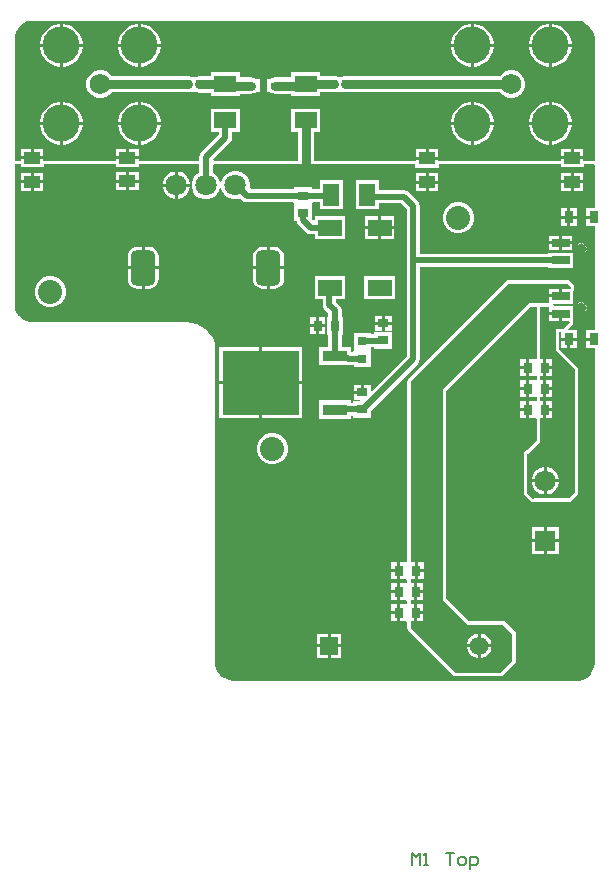
<source format=gtl>
G04*
G04 #@! TF.GenerationSoftware,Altium Limited,Altium Designer,24.1.2 (44)*
G04*
G04 Layer_Physical_Order=1*
G04 Layer_Color=255*
%FSLAX25Y25*%
%MOIN*%
G70*
G04*
G04 #@! TF.SameCoordinates,3E25AAAC-FE6F-4FE5-8934-E69CDF353235*
G04*
G04*
G04 #@! TF.FilePolarity,Positive*
G04*
G01*
G75*
%ADD15R,0.08268X0.03740*%
%ADD16R,0.25591X0.21654*%
%ADD17R,0.07284X0.05315*%
%ADD18R,0.07874X0.05512*%
%ADD19R,0.03150X0.03150*%
%ADD20R,0.03150X0.03937*%
%ADD21R,0.05906X0.02756*%
%ADD22C,0.08000*%
%ADD23R,0.03150X0.01968*%
%ADD24R,0.05400X0.04000*%
%ADD25R,0.03598X0.03000*%
%ADD26R,0.03000X0.03598*%
%ADD27R,0.01850X0.02520*%
%ADD28R,0.05315X0.07284*%
%ADD42C,0.03543*%
%ADD43R,0.06165X0.06165*%
%ADD44C,0.06165*%
%ADD49C,0.02000*%
%ADD50C,0.03000*%
%ADD51C,0.00700*%
%ADD52R,0.07087X0.07087*%
%ADD53C,0.07087*%
G04:AMPARAMS|DCode=54|XSize=118.11mil|YSize=82.68mil|CornerRadius=20.67mil|HoleSize=0mil|Usage=FLASHONLY|Rotation=270.000|XOffset=0mil|YOffset=0mil|HoleType=Round|Shape=RoundedRectangle|*
%AMROUNDEDRECTD54*
21,1,0.11811,0.04134,0,0,270.0*
21,1,0.07677,0.08268,0,0,270.0*
1,1,0.04134,-0.02067,-0.03839*
1,1,0.04134,-0.02067,0.03839*
1,1,0.04134,0.02067,0.03839*
1,1,0.04134,0.02067,-0.03839*
%
%ADD54ROUNDEDRECTD54*%
%ADD55C,0.06909*%
%ADD56C,0.12307*%
%ADD57C,0.02400*%
%ADD58C,0.14400*%
G36*
X190000Y221267D02*
Y221267D01*
X190020Y221284D01*
X191119Y221140D01*
X192161Y220708D01*
X193040Y220033D01*
X193042Y220007D01*
Y220007D01*
X193343Y219805D01*
X194076Y219073D01*
X194277Y218771D01*
X194277D01*
X194301Y218770D01*
X194938Y217939D01*
X195346Y216956D01*
X195467Y216038D01*
X195452Y174700D01*
X191700D01*
Y175160D01*
X188000D01*
Y175660D01*
D01*
Y175160D01*
X184300D01*
Y174700D01*
X143300D01*
Y175011D01*
X139600D01*
X135900D01*
Y174700D01*
X101879D01*
Y184387D01*
X103998D01*
Y192102D01*
X94314D01*
Y184387D01*
X96433D01*
Y174700D01*
X68579D01*
X68372Y175200D01*
X73970Y180798D01*
X74457Y181526D01*
X74627Y182384D01*
Y184387D01*
X77226D01*
Y192102D01*
X67542D01*
Y184387D01*
X70141D01*
Y183313D01*
X64280Y177452D01*
X63794Y176725D01*
X63623Y175866D01*
Y174700D01*
X43449D01*
Y175205D01*
X39749D01*
X36049D01*
Y174700D01*
X11700D01*
Y175160D01*
X8000D01*
X4300D01*
Y174700D01*
X2133D01*
Y215200D01*
X2130Y215217D01*
X2243Y216369D01*
X2612Y217584D01*
X3210Y218703D01*
X3922Y219570D01*
X4358Y220007D01*
X4726Y220314D01*
X5239Y220708D01*
X6281Y221140D01*
X7380Y221284D01*
X7400Y221267D01*
Y221267D01*
X7903Y221367D01*
X189497D01*
X190000Y221267D01*
D02*
G37*
G36*
X101411Y173570D02*
X101879Y173477D01*
X135700D01*
Y172311D01*
X143500D01*
Y173477D01*
X184100D01*
Y172460D01*
X191900D01*
Y173477D01*
X195098D01*
X195451Y173123D01*
X195447Y161701D01*
X195467Y161601D01*
Y158787D01*
X192559D01*
Y156318D01*
X195134D01*
Y155318D01*
X192559D01*
Y152850D01*
X195467D01*
Y118235D01*
X192559D01*
Y115767D01*
X195134D01*
Y114767D01*
X192559D01*
Y112298D01*
X195467D01*
X195467Y7411D01*
X195487Y7311D01*
X195302Y5907D01*
X194721Y4506D01*
X194095Y3690D01*
X193774Y3326D01*
X193774D01*
X193774Y3325D01*
X193439Y2968D01*
X193209Y2738D01*
X193142Y2693D01*
X192771Y2383D01*
X192261Y1992D01*
X191219Y1560D01*
X190161Y1421D01*
X190100Y1433D01*
X74870D01*
X74779Y1415D01*
X73455Y1589D01*
X72136Y2136D01*
X71393Y2706D01*
X71026Y3026D01*
Y3026D01*
X70684Y3275D01*
X70435Y3616D01*
X70435D01*
X70121Y3986D01*
X69653Y4595D01*
X69173Y5755D01*
X69073Y6516D01*
X69033Y7000D01*
X69012Y7491D01*
X69033Y112237D01*
X69035Y112237D01*
X68896Y113641D01*
X68487Y114992D01*
X67822Y116236D01*
X66927Y117327D01*
X66927Y117327D01*
X66602Y117692D01*
X66581Y117724D01*
X66535Y117755D01*
X66514Y117806D01*
X65821Y118499D01*
X65769Y118520D01*
X65739Y118566D01*
X65153Y118958D01*
X64627Y119389D01*
X63032Y120242D01*
X61300Y120767D01*
X59500Y120944D01*
Y120933D01*
X8535D01*
X8481Y120923D01*
X7205Y121048D01*
X5926Y121436D01*
X4747Y122066D01*
X3756Y122880D01*
X3726Y122926D01*
X3393Y123258D01*
X3341Y123293D01*
X2692Y124139D01*
X2260Y125181D01*
X2121Y126239D01*
X2133Y126300D01*
Y173477D01*
X4100D01*
Y172460D01*
X11900D01*
Y173477D01*
X35849D01*
Y172505D01*
X43649D01*
Y173477D01*
X63623D01*
Y170741D01*
X62954Y170355D01*
X62071Y169472D01*
X61446Y168390D01*
X61123Y167183D01*
Y165935D01*
X61446Y164728D01*
X62071Y163647D01*
X62954Y162764D01*
X64035Y162139D01*
X65242Y161816D01*
X66491D01*
X67697Y162139D01*
X68779Y162764D01*
X69662Y163647D01*
X70286Y164728D01*
X70529Y165633D01*
X71046D01*
X71289Y164728D01*
X71913Y163647D01*
X72796Y162764D01*
X73878Y162139D01*
X75084Y161816D01*
X76333D01*
X77278Y162069D01*
X77837Y161510D01*
X78565Y161024D01*
X79424Y160853D01*
X95016D01*
X95049Y160820D01*
X95369Y160396D01*
Y159996D01*
X95369Y159896D01*
Y154596D01*
X96151D01*
X96268Y154010D01*
X96754Y153282D01*
X99223Y150814D01*
X99950Y150328D01*
X100809Y150157D01*
X102140D01*
Y148444D01*
X112414D01*
Y156356D01*
X102140D01*
Y155067D01*
X101640Y154886D01*
X101368Y155115D01*
Y159896D01*
X101368Y159996D01*
Y160396D01*
X101713Y160853D01*
X103861D01*
Y158504D01*
X111576D01*
Y168187D01*
X103861D01*
Y165339D01*
X101368D01*
Y165796D01*
X95369D01*
Y165339D01*
X80810D01*
X80426Y165839D01*
X80452Y165935D01*
Y167183D01*
X80129Y168390D01*
X79504Y169472D01*
X78621Y170355D01*
X77539Y170979D01*
X76333Y171302D01*
X75084D01*
X73878Y170979D01*
X72796Y170355D01*
X71913Y169472D01*
X71289Y168390D01*
X71046Y167485D01*
X70529D01*
X70286Y168390D01*
X69662Y169472D01*
X68779Y170355D01*
X68109Y170741D01*
Y173060D01*
X68579Y173477D01*
X96433D01*
X96901Y173570D01*
X97096Y173700D01*
X101216D01*
X101411Y173570D01*
D02*
G37*
%LPC*%
G36*
X181357Y220346D02*
X181152D01*
Y213692D01*
X187805D01*
Y213897D01*
X187531Y215279D01*
X186991Y216581D01*
X186208Y217752D01*
X185212Y218749D01*
X184040Y219531D01*
X182739Y220071D01*
X181357Y220346D01*
D02*
G37*
G36*
X180152D02*
X179947D01*
X178565Y220071D01*
X177263Y219531D01*
X176092Y218749D01*
X175095Y217752D01*
X174313Y216581D01*
X173773Y215279D01*
X173498Y213897D01*
Y213692D01*
X180152D01*
Y220346D01*
D02*
G37*
G36*
X44397D02*
X44192D01*
Y213692D01*
X50846D01*
Y213897D01*
X50571Y215279D01*
X50032Y216581D01*
X49249Y217752D01*
X48252Y218749D01*
X47081Y219531D01*
X45779Y220071D01*
X44397Y220346D01*
D02*
G37*
G36*
X18412D02*
X18208D01*
Y213692D01*
X24861D01*
Y213897D01*
X24587Y215279D01*
X24047Y216581D01*
X23264Y217752D01*
X22268Y218749D01*
X21096Y219531D01*
X19794Y220071D01*
X18412Y220346D01*
D02*
G37*
G36*
X43192D02*
X42988D01*
X41605Y220071D01*
X40304Y219531D01*
X39132Y218749D01*
X38136Y217752D01*
X37353Y216581D01*
X36814Y215279D01*
X36539Y213897D01*
Y213692D01*
X43192D01*
Y220346D01*
D02*
G37*
G36*
X17208D02*
X17003D01*
X15621Y220071D01*
X14319Y219531D01*
X13148Y218749D01*
X12151Y217752D01*
X11368Y216581D01*
X10829Y215279D01*
X10554Y213897D01*
Y213692D01*
X17208D01*
Y220346D01*
D02*
G37*
G36*
X155372D02*
X155168D01*
Y213692D01*
X161821D01*
Y213897D01*
X161546Y215279D01*
X161007Y216581D01*
X160224Y217752D01*
X159228Y218749D01*
X158056Y219531D01*
X156754Y220071D01*
X155372Y220346D01*
D02*
G37*
G36*
X154168D02*
X153963D01*
X152581Y220071D01*
X151279Y219531D01*
X150108Y218749D01*
X149111Y217752D01*
X148328Y216581D01*
X147789Y215279D01*
X147514Y213897D01*
Y213692D01*
X154168D01*
Y220346D01*
D02*
G37*
G36*
X187805Y212692D02*
X181152D01*
Y206039D01*
X181357D01*
X182739Y206313D01*
X184040Y206853D01*
X185212Y207636D01*
X186208Y208632D01*
X186991Y209804D01*
X187531Y211105D01*
X187805Y212488D01*
Y212692D01*
D02*
G37*
G36*
X180152D02*
X173498D01*
Y212488D01*
X173773Y211105D01*
X174313Y209804D01*
X175095Y208632D01*
X176092Y207636D01*
X177263Y206853D01*
X178565Y206313D01*
X179947Y206039D01*
X180152D01*
Y212692D01*
D02*
G37*
G36*
X161821Y212692D02*
X155168D01*
Y206039D01*
X155372D01*
X156754Y206313D01*
X158056Y206853D01*
X159228Y207636D01*
X160224Y208632D01*
X161007Y209804D01*
X161546Y211105D01*
X161821Y212488D01*
Y212692D01*
D02*
G37*
G36*
X154168D02*
X147514D01*
Y212488D01*
X147789Y211105D01*
X148328Y209804D01*
X149111Y208632D01*
X150108Y207636D01*
X151279Y206853D01*
X152581Y206313D01*
X153963Y206039D01*
X154168D01*
Y212692D01*
D02*
G37*
G36*
X50846Y212692D02*
X44192D01*
Y206039D01*
X44397D01*
X45779Y206313D01*
X47081Y206853D01*
X48252Y207636D01*
X49249Y208632D01*
X50032Y209804D01*
X50571Y211105D01*
X50846Y212488D01*
Y212692D01*
D02*
G37*
G36*
X43192D02*
X36539D01*
Y212488D01*
X36814Y211105D01*
X37353Y209804D01*
X38136Y208632D01*
X39132Y207636D01*
X40304Y206853D01*
X41605Y206313D01*
X42988Y206039D01*
X43192D01*
Y212692D01*
D02*
G37*
G36*
X24861D02*
X18208D01*
Y206039D01*
X18412D01*
X19794Y206313D01*
X21096Y206853D01*
X22268Y207636D01*
X23264Y208632D01*
X24047Y209804D01*
X24587Y211105D01*
X24861Y212488D01*
Y212692D01*
D02*
G37*
G36*
X17208D02*
X10554D01*
Y212488D01*
X10829Y211105D01*
X11368Y209804D01*
X12151Y208632D01*
X13148Y207636D01*
X14319Y206853D01*
X15621Y206313D01*
X17003Y206039D01*
X17208D01*
Y212692D01*
D02*
G37*
G36*
X168273Y204855D02*
X167047D01*
X165863Y204538D01*
X164802Y203925D01*
X163935Y203058D01*
X163857Y202923D01*
X112250D01*
X111545Y202831D01*
X111133Y202660D01*
X109756D01*
X109344Y202831D01*
X108640Y202923D01*
X103998D01*
Y204109D01*
X94314D01*
Y202483D01*
X88920D01*
X88215Y202390D01*
X87558Y202118D01*
X87331Y201944D01*
X86145D01*
Y197576D01*
X87331D01*
X87558Y197401D01*
X88215Y197129D01*
X88920Y197037D01*
X94314D01*
Y196395D01*
X103998D01*
Y197477D01*
X108640D01*
X109344Y197570D01*
X109756Y197740D01*
X111133D01*
X111545Y197570D01*
X112250Y197477D01*
X163857D01*
X163935Y197342D01*
X164802Y196475D01*
X165863Y195862D01*
X167047Y195545D01*
X168273D01*
X169457Y195862D01*
X170518Y196475D01*
X171385Y197342D01*
X171997Y198403D01*
X172315Y199587D01*
Y200813D01*
X171997Y201997D01*
X171385Y203058D01*
X170518Y203925D01*
X169457Y204538D01*
X168273Y204855D01*
D02*
G37*
G36*
X31313D02*
X30087D01*
X28903Y204538D01*
X27842Y203925D01*
X26975Y203058D01*
X26362Y201997D01*
X26045Y200813D01*
Y199587D01*
X26362Y198403D01*
X26975Y197342D01*
X27842Y196475D01*
X28903Y195862D01*
X30087Y195545D01*
X31313D01*
X32497Y195862D01*
X33558Y196475D01*
X34425Y197342D01*
X34503Y197477D01*
X59939D01*
X60644Y197570D01*
X61056Y197740D01*
X62281D01*
X62845Y197506D01*
X63550Y197414D01*
X67542D01*
Y196395D01*
X77226D01*
Y197037D01*
X81046D01*
X81751Y197129D01*
X82407Y197401D01*
X82634Y197576D01*
X83820D01*
Y201944D01*
X82634D01*
X82407Y202118D01*
X81751Y202390D01*
X81046Y202483D01*
X77226D01*
Y204109D01*
X67542D01*
Y202860D01*
X63550D01*
X62845Y202767D01*
X62585Y202660D01*
X61056D01*
X60644Y202831D01*
X59939Y202923D01*
X34503D01*
X34425Y203058D01*
X33558Y203925D01*
X32497Y204538D01*
X31313Y204855D01*
D02*
G37*
G36*
X181357Y194361D02*
X181152D01*
Y187708D01*
X187805D01*
Y187912D01*
X187531Y189295D01*
X186991Y190596D01*
X186208Y191768D01*
X185212Y192764D01*
X184040Y193547D01*
X182739Y194087D01*
X181357Y194361D01*
D02*
G37*
G36*
X180152D02*
X179947D01*
X178565Y194087D01*
X177263Y193547D01*
X176092Y192764D01*
X175095Y191768D01*
X174313Y190596D01*
X173773Y189295D01*
X173498Y187912D01*
Y187708D01*
X180152D01*
Y194361D01*
D02*
G37*
G36*
X44397D02*
X44192D01*
Y187708D01*
X50846D01*
Y187912D01*
X50571Y189295D01*
X50032Y190596D01*
X49249Y191768D01*
X48252Y192764D01*
X47081Y193547D01*
X45779Y194087D01*
X44397Y194361D01*
D02*
G37*
G36*
X18412D02*
X18208D01*
Y187708D01*
X24861D01*
Y187912D01*
X24587Y189295D01*
X24047Y190596D01*
X23264Y191768D01*
X22268Y192764D01*
X21096Y193547D01*
X19794Y194087D01*
X18412Y194361D01*
D02*
G37*
G36*
X43192D02*
X42988D01*
X41605Y194087D01*
X40304Y193547D01*
X39132Y192764D01*
X38136Y191768D01*
X37353Y190596D01*
X36814Y189295D01*
X36539Y187912D01*
Y187708D01*
X43192D01*
Y194361D01*
D02*
G37*
G36*
X17208D02*
X17003D01*
X15621Y194087D01*
X14319Y193547D01*
X13148Y192764D01*
X12151Y191768D01*
X11368Y190596D01*
X10829Y189295D01*
X10554Y187912D01*
Y187708D01*
X17208D01*
Y194361D01*
D02*
G37*
G36*
X155372D02*
X155168D01*
Y187708D01*
X161821D01*
Y187912D01*
X161546Y189295D01*
X161007Y190596D01*
X160224Y191768D01*
X159228Y192764D01*
X158056Y193547D01*
X156754Y194087D01*
X155372Y194361D01*
D02*
G37*
G36*
X154168D02*
X153963D01*
X152581Y194087D01*
X151279Y193547D01*
X150108Y192764D01*
X149111Y191768D01*
X148328Y190596D01*
X147789Y189295D01*
X147514Y187912D01*
Y187708D01*
X154168D01*
Y194361D01*
D02*
G37*
G36*
X187805Y186708D02*
X181152D01*
Y180054D01*
X181357D01*
X182739Y180329D01*
X184040Y180868D01*
X185212Y181651D01*
X186208Y182648D01*
X186991Y183819D01*
X187531Y185121D01*
X187805Y186503D01*
Y186708D01*
D02*
G37*
G36*
X180152D02*
X173498D01*
Y186503D01*
X173773Y185121D01*
X174313Y183819D01*
X175095Y182648D01*
X176092Y181651D01*
X177263Y180868D01*
X178565Y180329D01*
X179947Y180054D01*
X180152D01*
Y186708D01*
D02*
G37*
G36*
X161821Y186708D02*
X155168D01*
Y180054D01*
X155372D01*
X156754Y180329D01*
X158056Y180868D01*
X159228Y181651D01*
X160224Y182648D01*
X161007Y183819D01*
X161546Y185121D01*
X161821Y186503D01*
Y186708D01*
D02*
G37*
G36*
X154168D02*
X147514D01*
Y186503D01*
X147789Y185121D01*
X148328Y183819D01*
X149111Y182648D01*
X150108Y181651D01*
X151279Y180868D01*
X152581Y180329D01*
X153963Y180054D01*
X154168D01*
Y186708D01*
D02*
G37*
G36*
X50846Y186708D02*
X44192D01*
Y180054D01*
X44397D01*
X45779Y180329D01*
X47081Y180868D01*
X48252Y181651D01*
X49249Y182648D01*
X50032Y183819D01*
X50571Y185121D01*
X50846Y186503D01*
Y186708D01*
D02*
G37*
G36*
X43192D02*
X36539D01*
Y186503D01*
X36814Y185121D01*
X37353Y183819D01*
X38136Y182648D01*
X39132Y181651D01*
X40304Y180868D01*
X41605Y180329D01*
X42988Y180054D01*
X43192D01*
Y186708D01*
D02*
G37*
G36*
X24861D02*
X18208D01*
Y180054D01*
X18412D01*
X19794Y180329D01*
X21096Y180868D01*
X22268Y181651D01*
X23264Y182648D01*
X24047Y183819D01*
X24587Y185121D01*
X24861Y186503D01*
Y186708D01*
D02*
G37*
G36*
X17208D02*
X10554D01*
Y186503D01*
X10829Y185121D01*
X11368Y183819D01*
X12151Y182648D01*
X13148Y181651D01*
X14319Y180868D01*
X15621Y180329D01*
X17003Y180054D01*
X17208D01*
Y186708D01*
D02*
G37*
G36*
X43449Y178705D02*
X40249D01*
Y176205D01*
X43449D01*
Y178705D01*
D02*
G37*
G36*
X39249D02*
X36049D01*
Y176205D01*
X39249D01*
Y178705D01*
D02*
G37*
G36*
X191700Y178660D02*
X188500D01*
Y176160D01*
X191700D01*
Y178660D01*
D02*
G37*
G36*
X11700D02*
X8500D01*
Y176160D01*
X11700D01*
Y178660D01*
D02*
G37*
G36*
X187500D02*
X184300D01*
Y176160D01*
X187500D01*
Y178660D01*
D02*
G37*
G36*
X7500D02*
X4300D01*
Y176160D01*
X7500D01*
Y178660D01*
D02*
G37*
G36*
X143300Y178511D02*
X140100D01*
Y176011D01*
X143300D01*
Y178511D01*
D02*
G37*
G36*
X139100D02*
X135900D01*
Y176011D01*
X139100D01*
Y178511D01*
D02*
G37*
G36*
X43449Y170785D02*
X40249D01*
Y168285D01*
X43449D01*
Y170785D01*
D02*
G37*
G36*
X39249D02*
X36049D01*
Y168285D01*
X39249D01*
Y170785D01*
D02*
G37*
G36*
X191700Y170740D02*
X188500D01*
Y168240D01*
X191700D01*
Y170740D01*
D02*
G37*
G36*
X11700D02*
X8500D01*
Y168240D01*
X11700D01*
Y170740D01*
D02*
G37*
G36*
X187500D02*
X184300D01*
Y168240D01*
X187500D01*
Y170740D01*
D02*
G37*
G36*
X7500D02*
X4300D01*
Y168240D01*
X7500D01*
Y170740D01*
D02*
G37*
G36*
X143300Y170591D02*
X140100D01*
Y168091D01*
X143300D01*
Y170591D01*
D02*
G37*
G36*
X139100D02*
X135900D01*
Y168091D01*
X139100D01*
Y170591D01*
D02*
G37*
G36*
X56622Y171102D02*
X56524D01*
Y167059D01*
X60567D01*
Y167157D01*
X60257Y168313D01*
X59659Y169349D01*
X58813Y170195D01*
X57777Y170793D01*
X56622Y171102D01*
D02*
G37*
G36*
X55524D02*
X55426D01*
X54270Y170793D01*
X53234Y170195D01*
X52388Y169349D01*
X51790Y168313D01*
X51480Y167157D01*
Y167059D01*
X55524D01*
Y171102D01*
D02*
G37*
G36*
X43449Y167285D02*
X40249D01*
Y164785D01*
X43449D01*
Y167285D01*
D02*
G37*
G36*
X39249D02*
X36049D01*
Y164785D01*
X39249D01*
Y167285D01*
D02*
G37*
G36*
X191700Y167240D02*
X188500D01*
Y164740D01*
X191700D01*
Y167240D01*
D02*
G37*
G36*
X187500D02*
X184300D01*
Y164740D01*
X187500D01*
Y167240D01*
D02*
G37*
G36*
X11700D02*
X8500D01*
Y164740D01*
X11700D01*
Y167240D01*
D02*
G37*
G36*
X7500D02*
X4300D01*
Y164740D01*
X7500D01*
Y167240D01*
D02*
G37*
G36*
X143300Y167091D02*
X140100D01*
Y164591D01*
X143300D01*
Y167091D01*
D02*
G37*
G36*
X139100D02*
X135900D01*
Y164591D01*
X139100D01*
Y167091D01*
D02*
G37*
G36*
X60567Y166059D02*
X56524D01*
Y162016D01*
X56622D01*
X57777Y162325D01*
X58813Y162924D01*
X59659Y163769D01*
X60257Y164805D01*
X60567Y165961D01*
Y166059D01*
D02*
G37*
G36*
X55524D02*
X51480D01*
Y165961D01*
X51790Y164805D01*
X52388Y163769D01*
X53234Y162924D01*
X54270Y162325D01*
X55426Y162016D01*
X55524D01*
Y166059D01*
D02*
G37*
G36*
X189441Y158787D02*
X187366D01*
Y156318D01*
X189441D01*
Y158787D01*
D02*
G37*
G36*
X186366D02*
X184291D01*
Y156318D01*
X186366D01*
Y158787D01*
D02*
G37*
G36*
X128749Y156156D02*
X124312D01*
Y152900D01*
X128749D01*
Y156156D01*
D02*
G37*
G36*
X123312D02*
X118875D01*
Y152900D01*
X123312D01*
Y156156D01*
D02*
G37*
G36*
X189441Y155318D02*
X187366D01*
Y152850D01*
X189441D01*
Y155318D01*
D02*
G37*
G36*
X186366D02*
X184291D01*
Y152850D01*
X186366D01*
Y155318D01*
D02*
G37*
G36*
X150685Y160900D02*
X149315D01*
X147993Y160546D01*
X146807Y159861D01*
X145839Y158893D01*
X145154Y157707D01*
X144800Y156385D01*
Y155015D01*
X145154Y153693D01*
X145839Y152507D01*
X146807Y151539D01*
X147993Y150854D01*
X149315Y150500D01*
X150685D01*
X152007Y150854D01*
X153193Y151539D01*
X154161Y152507D01*
X154846Y153693D01*
X155200Y155015D01*
Y156385D01*
X154846Y157707D01*
X154161Y158893D01*
X153193Y159861D01*
X152007Y160546D01*
X150685Y160900D01*
D02*
G37*
G36*
X128749Y151900D02*
X124312D01*
Y148644D01*
X128749D01*
Y151900D01*
D02*
G37*
G36*
X123312D02*
X118875D01*
Y148644D01*
X123312D01*
Y151900D01*
D02*
G37*
G36*
X188063Y149732D02*
X184610D01*
Y147854D01*
X188063D01*
Y149732D01*
D02*
G37*
G36*
X183610D02*
X180157D01*
Y147854D01*
X183610D01*
Y149732D01*
D02*
G37*
G36*
X188063Y146853D02*
X184610D01*
Y144976D01*
X188063D01*
Y146853D01*
D02*
G37*
G36*
X183610D02*
X180157D01*
Y144976D01*
X183610D01*
Y146853D01*
D02*
G37*
G36*
X191352Y147157D02*
X190648D01*
X189996Y146887D01*
X189498Y146389D01*
X189228Y145737D01*
Y145033D01*
X189498Y144381D01*
X189996Y143883D01*
X190648Y143613D01*
X191352D01*
X192004Y143883D01*
X192502Y144381D01*
X192772Y145033D01*
Y145737D01*
X192502Y146389D01*
X192004Y146887D01*
X191352Y147157D01*
D02*
G37*
G36*
X88799Y145932D02*
X87232D01*
Y139500D01*
X91893D01*
Y142839D01*
X91787Y143639D01*
X91478Y144385D01*
X90987Y145026D01*
X90346Y145518D01*
X89600Y145827D01*
X88799Y145932D01*
D02*
G37*
G36*
X47067D02*
X45500D01*
Y139500D01*
X50160D01*
Y142839D01*
X50055Y143639D01*
X49746Y144385D01*
X49254Y145026D01*
X48614Y145518D01*
X47868Y145827D01*
X47067Y145932D01*
D02*
G37*
G36*
X86232D02*
X84665D01*
X83865Y145827D01*
X83119Y145518D01*
X82478Y145026D01*
X81986Y144385D01*
X81677Y143639D01*
X81572Y142839D01*
Y139500D01*
X86232D01*
Y145932D01*
D02*
G37*
G36*
X44500D02*
X42933D01*
X42132Y145827D01*
X41386Y145518D01*
X40746Y145026D01*
X40254Y144385D01*
X39945Y143639D01*
X39840Y142839D01*
Y139500D01*
X44500D01*
Y145932D01*
D02*
G37*
G36*
X123584Y168187D02*
X115869D01*
Y158504D01*
X123584D01*
Y160457D01*
X131071D01*
X132757Y158771D01*
Y141448D01*
Y109430D01*
X121261Y97934D01*
X120799Y98125D01*
Y100100D01*
X118500D01*
Y97600D01*
X118000D01*
Y97100D01*
X115201D01*
Y95100D01*
X117281D01*
X117548Y94600D01*
X117481Y94500D01*
X115001D01*
Y94017D01*
X114334D01*
Y94817D01*
X103666D01*
Y88677D01*
X114334D01*
Y89530D01*
X115001D01*
Y89100D01*
X120999D01*
Y91328D01*
X136586Y106915D01*
X137072Y107642D01*
X137243Y108501D01*
Y139205D01*
X179957D01*
Y138870D01*
X188263D01*
Y144026D01*
X179957D01*
Y143691D01*
X137243D01*
Y159700D01*
X137072Y160558D01*
X136586Y161286D01*
X133586Y164286D01*
X132858Y164772D01*
X132000Y164943D01*
X123584D01*
Y168187D01*
D02*
G37*
G36*
X91893Y138500D02*
X87232D01*
Y132068D01*
X88799D01*
X89600Y132173D01*
X90346Y132483D01*
X90987Y132974D01*
X91478Y133615D01*
X91787Y134361D01*
X91893Y135161D01*
Y138500D01*
D02*
G37*
G36*
X86232D02*
X81572D01*
Y135161D01*
X81677Y134361D01*
X81986Y133615D01*
X82478Y132974D01*
X83119Y132483D01*
X83865Y132173D01*
X84665Y132068D01*
X86232D01*
Y138500D01*
D02*
G37*
G36*
X50160D02*
X45500D01*
Y132068D01*
X47067D01*
X47868Y132173D01*
X48614Y132483D01*
X49254Y132974D01*
X49746Y133615D01*
X50055Y134361D01*
X50160Y135161D01*
Y138500D01*
D02*
G37*
G36*
X44500D02*
X39840D01*
Y135161D01*
X39945Y134361D01*
X40254Y133615D01*
X40746Y132974D01*
X41386Y132483D01*
X42132Y132173D01*
X42933Y132068D01*
X44500D01*
Y138500D01*
D02*
G37*
G36*
X128949Y136356D02*
X118675D01*
Y128444D01*
X128949D01*
Y136356D01*
D02*
G37*
G36*
X14685Y136200D02*
X13315D01*
X11993Y135846D01*
X10807Y135161D01*
X9839Y134193D01*
X9154Y133007D01*
X8800Y131685D01*
Y130315D01*
X9154Y128993D01*
X9839Y127807D01*
X10807Y126839D01*
X11993Y126154D01*
X13315Y125800D01*
X14685D01*
X16007Y126154D01*
X17193Y126839D01*
X18161Y127807D01*
X18846Y128993D01*
X19200Y130315D01*
Y131685D01*
X18846Y133007D01*
X18161Y134193D01*
X17193Y135161D01*
X16007Y135846D01*
X14685Y136200D01*
D02*
G37*
G36*
X191352Y127472D02*
X190648D01*
X189996Y127202D01*
X189498Y126704D01*
X189228Y126052D01*
Y125348D01*
X189498Y124696D01*
X189996Y124198D01*
X190648Y123928D01*
X191352D01*
X192004Y124198D01*
X192502Y124696D01*
X192772Y125348D01*
Y126052D01*
X192502Y126704D01*
X192004Y127202D01*
X191352Y127472D01*
D02*
G37*
G36*
X127799Y123100D02*
X125500D01*
Y121100D01*
X127799D01*
Y123100D01*
D02*
G37*
G36*
X124500D02*
X122201D01*
Y121100D01*
X124500D01*
Y123100D01*
D02*
G37*
G36*
X105600Y122499D02*
X103600D01*
Y120200D01*
X105600D01*
Y122499D01*
D02*
G37*
G36*
X102600D02*
X100600D01*
Y120200D01*
X102600D01*
Y122499D01*
D02*
G37*
G36*
X127799Y120100D02*
X125500D01*
Y118100D01*
X127799D01*
Y120100D01*
D02*
G37*
G36*
X124500D02*
X122201D01*
Y118100D01*
X124500D01*
Y120100D01*
D02*
G37*
G36*
X105600Y119200D02*
X103600D01*
Y116901D01*
X105600D01*
Y119200D01*
D02*
G37*
G36*
X102600D02*
X100600D01*
Y116901D01*
X102600D01*
Y119200D01*
D02*
G37*
G36*
X186523Y134924D02*
X166700Y134924D01*
X166232Y134830D01*
X165835Y134565D01*
X133355Y102086D01*
X133090Y101689D01*
X132997Y101220D01*
X132997Y64480D01*
Y41176D01*
X132700Y40799D01*
X132497Y40799D01*
X130700D01*
Y38000D01*
Y35201D01*
X132497D01*
X132700Y35201D01*
X132997Y34824D01*
Y34048D01*
X132600Y33799D01*
X132497Y33799D01*
X130600D01*
Y31000D01*
Y28201D01*
X132497D01*
X132600Y28201D01*
X132997Y27952D01*
Y27048D01*
X132600Y26799D01*
X132497Y26799D01*
X130600D01*
Y24000D01*
Y21201D01*
X132497D01*
X132600Y21201D01*
X132997Y20952D01*
Y18779D01*
X133090Y18311D01*
X133355Y17914D01*
X148135Y3135D01*
X148532Y2870D01*
X149000Y2777D01*
X164000D01*
X164468Y2870D01*
X164865Y3135D01*
X168865Y7135D01*
X169130Y7532D01*
X169223Y8000D01*
Y17000D01*
X169130Y17468D01*
X168865Y17865D01*
X165865Y20865D01*
X165468Y21130D01*
X165000Y21224D01*
X153507D01*
X146074Y28656D01*
Y98044D01*
X173932Y125902D01*
X176097D01*
Y108999D01*
X176097Y108506D01*
X175600Y108499D01*
X175599Y108499D01*
X175112Y108499D01*
X175111Y108499D01*
X175103Y108499D01*
X173600D01*
Y105700D01*
Y102901D01*
X175103D01*
X175597Y102901D01*
X175600Y102901D01*
X176097Y102894D01*
X176097Y102534D01*
Y101999D01*
X176097Y101506D01*
X175600Y101499D01*
X175599Y101499D01*
X175112Y101499D01*
X175111Y101499D01*
X175103Y101499D01*
X173600D01*
Y98700D01*
Y95901D01*
X175103D01*
X175597Y95901D01*
X175600Y95901D01*
X176097Y95894D01*
X176097Y95534D01*
Y94999D01*
X176097Y94506D01*
X175600Y94499D01*
X175599Y94499D01*
X175112Y94499D01*
X175111Y94499D01*
X175103Y94499D01*
X173600D01*
Y91700D01*
Y88901D01*
X175103D01*
X175597Y88901D01*
X175600Y88901D01*
X175781Y88898D01*
X176097Y88538D01*
X176097Y88403D01*
Y81507D01*
X172768Y78177D01*
X172532Y78130D01*
X172135Y77865D01*
X171870Y77468D01*
X171776Y77000D01*
Y64000D01*
X171870Y63532D01*
X172135Y63135D01*
X174135Y61135D01*
X174532Y60870D01*
X175000Y60777D01*
X175468Y60870D01*
X175629Y60977D01*
X179755D01*
X186756Y60977D01*
X187224Y61070D01*
X187621Y61336D01*
X189621Y63336D01*
X189886Y63733D01*
X189979Y64201D01*
Y105122D01*
X189886Y105590D01*
X189621Y105987D01*
X183723Y111884D01*
Y117476D01*
X184291D01*
Y115767D01*
X186866D01*
X189441D01*
Y118235D01*
X186919D01*
X186728Y118697D01*
X188019Y119988D01*
X188019Y119988D01*
X188284Y120385D01*
X188377Y120853D01*
X188284Y121322D01*
X188284Y121322D01*
X188263Y121372D01*
Y126309D01*
X181831D01*
X181542Y126810D01*
X181682Y127059D01*
X188263D01*
Y131081D01*
X188365Y131150D01*
X188630Y131547D01*
X188724Y132015D01*
Y132723D01*
X188630Y133192D01*
X188365Y133589D01*
X187389Y134565D01*
X186992Y134830D01*
X186523Y134924D01*
D02*
G37*
G36*
X189441Y114767D02*
X187366D01*
Y112298D01*
X189441D01*
Y114767D01*
D02*
G37*
G36*
X186366D02*
X184291D01*
Y112298D01*
X186366D01*
Y114767D01*
D02*
G37*
G36*
X112414Y136356D02*
X102140D01*
Y128444D01*
X104757D01*
Y126700D01*
X104928Y125842D01*
X105414Y125114D01*
X106657Y123871D01*
Y122699D01*
X106200D01*
Y116701D01*
X106657D01*
Y112770D01*
X103666D01*
Y106630D01*
X109653D01*
X109870Y106587D01*
X112890D01*
X113305Y106504D01*
X115225D01*
Y105972D01*
X120775D01*
Y111378D01*
X120775Y111522D01*
Y111878D01*
X120775Y111983D01*
X120868Y112483D01*
X122001D01*
Y112100D01*
X127999D01*
Y117500D01*
X122001D01*
Y116970D01*
X120775D01*
Y117428D01*
X115225D01*
Y112022D01*
X115225Y111878D01*
Y111490D01*
X114954Y110990D01*
X114334D01*
Y112770D01*
X111143D01*
Y116701D01*
X111600D01*
Y122699D01*
X111143D01*
Y124800D01*
X110972Y125658D01*
X110486Y126386D01*
X109243Y127629D01*
Y128444D01*
X112414D01*
Y136356D01*
D02*
G37*
G36*
X172600Y108499D02*
X170600D01*
Y106200D01*
X172600D01*
Y108499D01*
D02*
G37*
G36*
Y105200D02*
X170600D01*
Y102901D01*
X172600D01*
Y105200D01*
D02*
G37*
G36*
X97992Y112550D02*
X84697D01*
Y101224D01*
X97992D01*
Y112550D01*
D02*
G37*
G36*
X83697D02*
X70402D01*
Y101224D01*
X83697D01*
Y112550D01*
D02*
G37*
G36*
X172600Y101499D02*
X170600D01*
Y99200D01*
X172600D01*
Y101499D01*
D02*
G37*
G36*
X117500Y100100D02*
X115201D01*
Y98100D01*
X117500D01*
Y100100D01*
D02*
G37*
G36*
X172600Y98200D02*
X170600D01*
Y95901D01*
X172600D01*
Y98200D01*
D02*
G37*
G36*
Y94499D02*
X170600D01*
Y92200D01*
X172600D01*
Y94499D01*
D02*
G37*
G36*
Y91200D02*
X170600D01*
Y88901D01*
X172600D01*
Y91200D01*
D02*
G37*
G36*
X97992Y100224D02*
X84697D01*
Y88897D01*
X97992D01*
Y100224D01*
D02*
G37*
G36*
X83697D02*
X70402D01*
Y88897D01*
X83697D01*
Y100224D01*
D02*
G37*
G36*
X88685Y83900D02*
X87315D01*
X85993Y83546D01*
X84807Y82861D01*
X83839Y81893D01*
X83154Y80707D01*
X82800Y79385D01*
Y78015D01*
X83154Y76693D01*
X83839Y75507D01*
X84807Y74539D01*
X85993Y73854D01*
X87315Y73500D01*
X88685D01*
X90007Y73854D01*
X91193Y74539D01*
X92161Y75507D01*
X92846Y76693D01*
X93200Y78015D01*
Y79385D01*
X92846Y80707D01*
X92161Y81893D01*
X91193Y82861D01*
X90007Y83546D01*
X88685Y83900D01*
D02*
G37*
G36*
X183543Y52543D02*
X179500D01*
Y48500D01*
X183543D01*
Y52543D01*
D02*
G37*
G36*
X178500D02*
X174457D01*
Y48500D01*
X178500D01*
Y52543D01*
D02*
G37*
G36*
X183543Y47500D02*
X179500D01*
Y43457D01*
X183543D01*
Y47500D01*
D02*
G37*
G36*
X178500D02*
X174457D01*
Y43457D01*
X178500D01*
Y47500D01*
D02*
G37*
G36*
X129700Y40799D02*
X127700D01*
Y38500D01*
X129700D01*
Y40799D01*
D02*
G37*
G36*
Y37500D02*
X127700D01*
Y35201D01*
X129700D01*
Y37500D01*
D02*
G37*
G36*
X129600Y33799D02*
X127600D01*
Y31500D01*
X129600D01*
Y33799D01*
D02*
G37*
G36*
Y30500D02*
X127600D01*
Y28201D01*
X129600D01*
Y30500D01*
D02*
G37*
G36*
Y26799D02*
X127600D01*
Y24500D01*
X129600D01*
Y26799D01*
D02*
G37*
G36*
Y23500D02*
X127600D01*
Y21201D01*
X129600D01*
Y23500D01*
D02*
G37*
G36*
X111083Y17083D02*
X107500D01*
Y13500D01*
X111083D01*
Y17083D01*
D02*
G37*
G36*
X106500D02*
X102917D01*
Y13500D01*
X106500D01*
Y17083D01*
D02*
G37*
G36*
X111083Y12500D02*
X107500D01*
Y8917D01*
X111083D01*
Y12500D01*
D02*
G37*
G36*
X106500D02*
X102917D01*
Y8917D01*
X106500D01*
Y12500D01*
D02*
G37*
%LPD*%
G36*
X191500Y147096D02*
Y145885D01*
X192710D01*
X192772Y145385D01*
X192710Y144885D01*
X191500D01*
Y143675D01*
X191000Y143613D01*
X190500Y143675D01*
Y144885D01*
X189289D01*
X189228Y145385D01*
X189289Y145885D01*
X190500D01*
Y147096D01*
X191000Y147157D01*
X191500Y147096D01*
D02*
G37*
G36*
Y127410D02*
Y126200D01*
X192710D01*
X192772Y125700D01*
X192710Y125200D01*
X191500D01*
Y123989D01*
X191000Y123928D01*
X190500Y123989D01*
Y125200D01*
X189289D01*
X189228Y125700D01*
X189289Y126200D01*
X190500D01*
Y127410D01*
X191000Y127472D01*
X191500Y127410D01*
D02*
G37*
G36*
X187500Y132723D02*
Y132015D01*
X184610D01*
Y129637D01*
X184110D01*
Y129137D01*
X180157D01*
Y127715D01*
X180157Y127259D01*
X179664Y127244D01*
X177321D01*
X176853Y127151D01*
X176814Y127125D01*
X173425D01*
X144850Y98550D01*
Y28150D01*
X153000Y20000D01*
X165000D01*
X168000Y17000D01*
Y8000D01*
X164000Y4000D01*
X149000D01*
X134221Y18779D01*
Y21201D01*
X135400D01*
Y24000D01*
Y26799D01*
X134221D01*
Y28201D01*
X135400D01*
Y31000D01*
Y33799D01*
X134221D01*
Y35201D01*
X135500D01*
Y38000D01*
Y40799D01*
X134221D01*
Y64480D01*
X134220Y101220D01*
X166700Y133700D01*
X186523Y133700D01*
X187500Y132723D01*
D02*
G37*
G36*
X180157Y124232D02*
X184110D01*
Y123732D01*
X184610D01*
Y121353D01*
X186946D01*
X187153Y120853D01*
X185000Y118700D01*
X182500D01*
Y111377D01*
X188756Y105122D01*
Y64201D01*
X186756Y62201D01*
X179755Y62201D01*
X175201D01*
X175000Y62000D01*
X173000Y64000D01*
Y77000D01*
X173321D01*
X177321Y81000D01*
Y88901D01*
X178400D01*
Y91700D01*
Y94499D01*
X177321D01*
Y95901D01*
X178400D01*
Y98700D01*
Y101499D01*
X177321D01*
Y102901D01*
X178400D01*
Y105700D01*
Y108499D01*
X177321D01*
Y126021D01*
X180157D01*
Y124232D01*
D02*
G37*
%LPC*%
G36*
X183610Y132015D02*
X180157D01*
Y130137D01*
X183610D01*
Y132015D01*
D02*
G37*
G36*
X138500Y40799D02*
X136500D01*
Y38500D01*
X138500D01*
Y40799D01*
D02*
G37*
G36*
Y37500D02*
X136500D01*
Y35201D01*
X138500D01*
Y37500D01*
D02*
G37*
G36*
X138400Y33799D02*
X136400D01*
Y31500D01*
X138400D01*
Y33799D01*
D02*
G37*
G36*
Y30500D02*
X136400D01*
Y28201D01*
X138400D01*
Y30500D01*
D02*
G37*
G36*
Y26799D02*
X136400D01*
Y24500D01*
X138400D01*
Y26799D01*
D02*
G37*
G36*
Y23500D02*
X136400D01*
Y21201D01*
X138400D01*
Y23500D01*
D02*
G37*
G36*
X157537Y17083D02*
X157500D01*
Y13500D01*
X161083D01*
Y13537D01*
X160804Y14576D01*
X160267Y15507D01*
X159507Y16267D01*
X158576Y16804D01*
X157537Y17083D01*
D02*
G37*
G36*
X156500D02*
X156463D01*
X155424Y16804D01*
X154493Y16267D01*
X153733Y15507D01*
X153196Y14576D01*
X152917Y13537D01*
Y13500D01*
X156500D01*
Y17083D01*
D02*
G37*
G36*
X161083Y12500D02*
X157500D01*
Y8917D01*
X157537D01*
X158576Y9196D01*
X159507Y9733D01*
X160267Y10493D01*
X160804Y11424D01*
X161083Y12462D01*
Y12500D01*
D02*
G37*
G36*
X156500D02*
X152917D01*
Y12462D01*
X153196Y11424D01*
X153733Y10493D01*
X154493Y9733D01*
X155424Y9196D01*
X156463Y8917D01*
X156500D01*
Y12500D01*
D02*
G37*
G36*
X183610Y123231D02*
X180157D01*
Y121353D01*
X183610D01*
Y123231D01*
D02*
G37*
G36*
X181400Y108499D02*
X179400D01*
Y106200D01*
X181400D01*
Y108499D01*
D02*
G37*
G36*
Y105200D02*
X179400D01*
Y102901D01*
X181400D01*
Y105200D01*
D02*
G37*
G36*
Y101499D02*
X179400D01*
Y99200D01*
X181400D01*
Y101499D01*
D02*
G37*
G36*
Y98200D02*
X179400D01*
Y95901D01*
X181400D01*
Y98200D01*
D02*
G37*
G36*
Y94499D02*
X179400D01*
Y92200D01*
X181400D01*
Y94499D01*
D02*
G37*
G36*
Y91200D02*
X179400D01*
Y88901D01*
X181400D01*
Y91200D01*
D02*
G37*
G36*
X179598Y72543D02*
X179500D01*
Y68500D01*
X183543D01*
Y68598D01*
X183234Y69754D01*
X182635Y70790D01*
X181790Y71636D01*
X180754Y72234D01*
X179598Y72543D01*
D02*
G37*
G36*
X178500D02*
X178402D01*
X177246Y72234D01*
X176210Y71636D01*
X175364Y70790D01*
X174766Y69754D01*
X174457Y68598D01*
Y68500D01*
X178500D01*
Y72543D01*
D02*
G37*
G36*
X183543Y67500D02*
X179500D01*
Y63457D01*
X179598D01*
X180754Y63766D01*
X181790Y64364D01*
X182635Y65210D01*
X183234Y66246D01*
X183543Y67402D01*
Y67500D01*
D02*
G37*
G36*
X178500D02*
X174457D01*
Y67402D01*
X174766Y66246D01*
X175364Y65210D01*
X176210Y64364D01*
X177246Y63766D01*
X178402Y63457D01*
X178500D01*
Y67500D01*
D02*
G37*
%LPD*%
D15*
X109000Y91747D02*
D03*
Y109700D02*
D03*
D16*
X84197Y100724D02*
D03*
D17*
X72384Y188244D02*
D03*
Y200252D02*
D03*
X99156Y188244D02*
D03*
Y200252D02*
D03*
D18*
X107277Y132400D02*
D03*
Y152400D02*
D03*
X123812D02*
D03*
Y132400D02*
D03*
D19*
X118000Y114653D02*
D03*
Y108747D02*
D03*
D20*
X195134Y155818D02*
D03*
Y115267D02*
D03*
X186866Y155818D02*
D03*
Y115267D02*
D03*
D21*
X184110Y147353D02*
D03*
Y141448D02*
D03*
Y129637D02*
D03*
Y123732D02*
D03*
D22*
X88000Y78700D02*
D03*
X14000Y131000D02*
D03*
X150000Y155700D02*
D03*
D23*
X88920Y199760D02*
D03*
X81046D02*
D03*
D24*
X8000Y175660D02*
D03*
Y167740D02*
D03*
X139600Y167591D02*
D03*
Y175511D02*
D03*
X188000Y175660D02*
D03*
Y167740D02*
D03*
X39749Y167785D02*
D03*
Y175705D02*
D03*
D25*
X125000Y114800D02*
D03*
Y120600D02*
D03*
X98369Y157296D02*
D03*
Y163096D02*
D03*
X118000Y91800D02*
D03*
Y97600D02*
D03*
D26*
X178900Y98700D02*
D03*
X173100D02*
D03*
X178900Y91700D02*
D03*
X173100D02*
D03*
X136000Y38000D02*
D03*
X130200D02*
D03*
X108900Y119700D02*
D03*
X103100D02*
D03*
X135900Y31000D02*
D03*
X130100D02*
D03*
X178900Y105700D02*
D03*
X173100D02*
D03*
X135900Y24000D02*
D03*
X130100D02*
D03*
D27*
X59939Y200200D02*
D03*
X63550D02*
D03*
X108640D02*
D03*
X112250D02*
D03*
D28*
X107719Y163346D02*
D03*
X119727D02*
D03*
D42*
X191000Y145385D02*
D03*
Y125700D02*
D03*
D43*
X107000Y13000D02*
D03*
D44*
X157000D02*
D03*
D49*
X65866Y175866D02*
X72384Y182384D01*
X65866Y166559D02*
Y175866D01*
X72384Y182384D02*
Y188244D01*
X75709Y166559D02*
X75961D01*
X79424Y163096D01*
X107469D01*
X107719Y163346D01*
X100809Y152400D02*
X107277D01*
X98340Y154869D02*
X100809Y152400D01*
X98340Y154869D02*
Y157028D01*
X124926Y114726D02*
X125000Y114800D01*
X118074Y114726D02*
X124926D01*
X118000Y114653D02*
X118074Y114726D01*
X108900Y119700D02*
Y124800D01*
Y109800D02*
Y119700D01*
X107000Y126700D02*
X108900Y124800D01*
X107000Y132123D02*
X107277Y132400D01*
X107000Y126700D02*
Y132123D01*
X118000Y91800D02*
X118299D01*
X117974Y91774D02*
X118000Y91800D01*
X113305Y108747D02*
X118000D01*
X109026Y91774D02*
X117974D01*
X113223Y108830D02*
X113305Y108747D01*
X109870Y108830D02*
X113223D01*
X109000Y91747D02*
X109026Y91774D01*
X108900Y109800D02*
X109870Y108830D01*
X118299Y91800D02*
X135000Y108501D01*
Y141448D01*
X184110D01*
X135000D02*
Y159700D01*
X132000Y162700D02*
X135000Y159700D01*
X119727Y163346D02*
X120372Y162700D01*
X132000D01*
D50*
X99156Y168858D02*
Y188244D01*
Y188700D01*
X98568Y199760D02*
X99208Y200400D01*
Y200200D02*
X108640D01*
X88920Y199760D02*
X98568D01*
X112250Y200200D02*
X167660D01*
X71944Y200337D02*
X72522Y199760D01*
X63550Y200137D02*
X71944D01*
X30700Y200200D02*
X59939D01*
X72522Y199760D02*
X81046D01*
D51*
X134700Y-59967D02*
Y-55968D01*
X136033Y-57301D01*
X137366Y-55968D01*
Y-59967D01*
X138699D02*
X140032D01*
X139365D01*
Y-55968D01*
X138699Y-56635D01*
X146030Y-55968D02*
X148696D01*
X147363D01*
Y-59967D01*
X150695D02*
X152028D01*
X152694Y-59301D01*
Y-57968D01*
X152028Y-57301D01*
X150695D01*
X150028Y-57968D01*
Y-59301D01*
X150695Y-59967D01*
X154027Y-61300D02*
Y-57301D01*
X156026D01*
X156693Y-57968D01*
Y-59301D01*
X156026Y-59967D01*
X154027D01*
D52*
X179000Y48000D02*
D03*
D53*
Y68000D02*
D03*
X75709Y166559D02*
D03*
X65866D02*
D03*
X56024D02*
D03*
D54*
X86732Y139000D02*
D03*
X45000D02*
D03*
D55*
X30700Y200200D02*
D03*
X167660D02*
D03*
D56*
X43692Y187208D02*
D03*
X17708D02*
D03*
Y213192D02*
D03*
X43692D02*
D03*
X154668D02*
D03*
X180652D02*
D03*
Y187208D02*
D03*
X154668D02*
D03*
D57*
X168000Y187000D02*
D03*
X143000D02*
D03*
X130500Y212000D02*
D03*
X118000Y187000D02*
D03*
X105500Y212000D02*
D03*
X93000Y187000D02*
D03*
X80500Y212000D02*
D03*
X55500D02*
D03*
X30500D02*
D03*
X168000Y155000D02*
D03*
Y105000D02*
D03*
Y55000D02*
D03*
X180500Y30000D02*
D03*
X143000Y155000D02*
D03*
X155500Y130000D02*
D03*
Y80000D02*
D03*
Y30000D02*
D03*
X143000Y5000D02*
D03*
X130500Y130000D02*
D03*
Y80000D02*
D03*
X118000Y55000D02*
D03*
Y5000D02*
D03*
X93000Y155000D02*
D03*
X105500Y80000D02*
D03*
Y30000D02*
D03*
X93000Y5000D02*
D03*
X68000Y155000D02*
D03*
X80500Y130000D02*
D03*
Y80000D02*
D03*
Y30000D02*
D03*
X43000Y155000D02*
D03*
X55500Y130000D02*
D03*
X18000Y155000D02*
D03*
X30500Y130000D02*
D03*
D58*
X165000Y163700D02*
D03*
X88000Y60700D02*
D03*
X26000Y163700D02*
D03*
M02*

</source>
